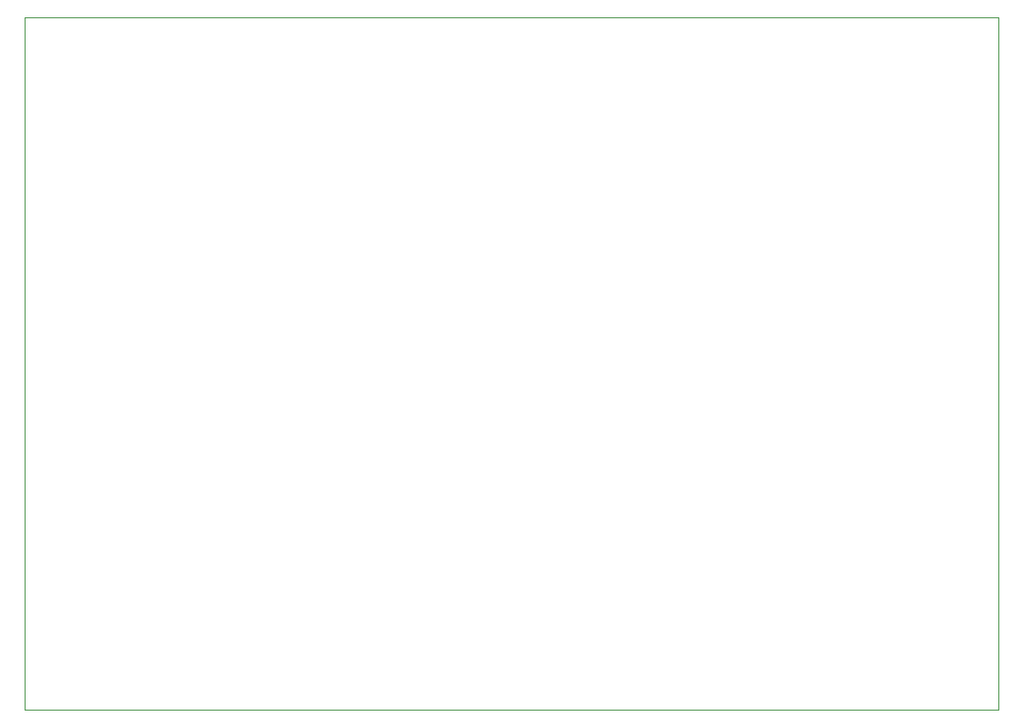
<source format=gbr>
%TF.GenerationSoftware,Altium Limited,Altium Designer,22.5.1 (42)*%
G04 Layer_Color=0*
%FSLAX45Y45*%
%MOMM*%
%TF.SameCoordinates,23F47D9D-8B9D-40EC-A212-7CA489FF55AC*%
%TF.FilePolarity,Positive*%
%TF.FileFunction,Profile,NP*%
%TF.Part,Single*%
G01*
G75*
%TA.AperFunction,Profile*%
%ADD32C,0.02540*%
D32*
X8737600Y2540000D02*
X17780000D01*
Y8966200D01*
X8737600D01*
Y2540000D01*
%TF.MD5,f2f357b73d799d02a494cc2a77c6cd1f*%
M02*

</source>
